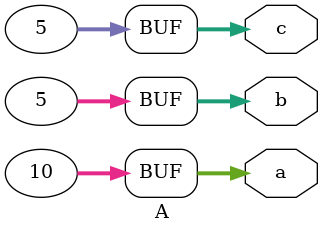
<source format=sv>
module A(output wire unsigned [31:0] a, output wire unsigned [31:0] b, output wire unsigned [31:0] c);
   assign c = 32'd5;
   assign b = c;
   assign a = b + c;
endmodule : A

</source>
